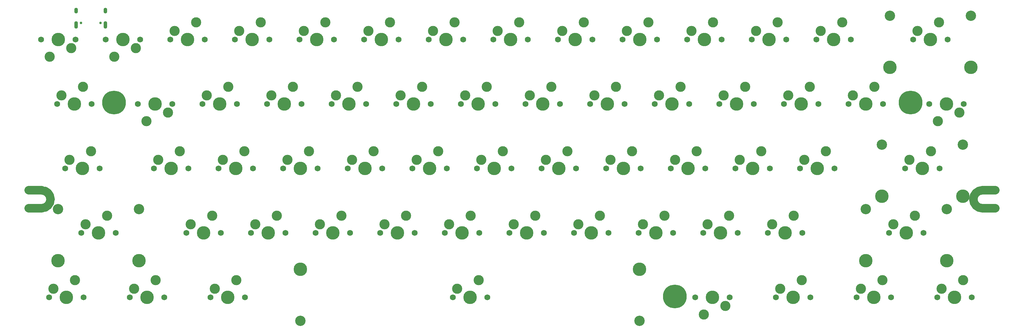
<source format=gbr>
%TF.GenerationSoftware,KiCad,Pcbnew,(5.1.10-1-10_14)*%
%TF.CreationDate,2021-08-25T09:42:14+09:00*%
%TF.ProjectId,pcb,7063622e-6b69-4636-9164-5f7063625858,rev?*%
%TF.SameCoordinates,Original*%
%TF.FileFunction,Soldermask,Top*%
%TF.FilePolarity,Negative*%
%FSLAX46Y46*%
G04 Gerber Fmt 4.6, Leading zero omitted, Abs format (unit mm)*
G04 Created by KiCad (PCBNEW (5.1.10-1-10_14)) date 2021-08-25 09:42:14*
%MOMM*%
%LPD*%
G01*
G04 APERTURE LIST*
%ADD10C,2.501900*%
%ADD11C,3.987800*%
%ADD12C,3.048000*%
%ADD13C,1.750000*%
%ADD14C,3.000000*%
%ADD15C,1.000000*%
%ADD16C,7.000240*%
%ADD17C,7.001300*%
%ADD18C,0.750000*%
%ADD19O,1.100000X2.200000*%
%ADD20O,1.100000X1.700000*%
G04 APERTURE END LIST*
D10*
%TO.C,REF\u002A\u002A*%
X24632000Y-83224950D02*
X28432000Y-83224950D01*
X24632000Y-77923050D02*
X28432000Y-77923050D01*
X305832000Y-83224950D02*
X309682000Y-83224950D01*
X305832000Y-77923050D02*
X309632000Y-77923050D01*
X28432000Y-83224950D02*
G75*
G03*
X31082950Y-80574000I0J2650950D01*
G01*
X31082950Y-80574000D02*
G75*
G03*
X28432000Y-77923050I-2650950J0D01*
G01*
X305832000Y-83224950D02*
G75*
G02*
X303181050Y-80574000I0J2650950D01*
G01*
X303181050Y-80574000D02*
G75*
G02*
X305832000Y-77923050I2650950J0D01*
G01*
%TD*%
D11*
%TO.C,MX31*%
X104781350Y-101282500D03*
X204781150Y-101282500D03*
D12*
X104781350Y-116522500D03*
X204781150Y-116522500D03*
D13*
X159861250Y-109537500D03*
X149701250Y-109537500D03*
D14*
X150971250Y-106997500D03*
D11*
X154781250Y-109537500D03*
D14*
X157321250Y-104457500D03*
%TD*%
D15*
%TO.C,REF\u002A\u002A*%
X303993522Y-82412478D03*
X305832000Y-83174000D03*
X307874035Y-83174000D03*
X307874035Y-77974000D03*
X305832000Y-77974000D03*
X303993522Y-78735522D03*
X303232000Y-80574000D03*
X26389965Y-83174000D03*
X26389965Y-77974000D03*
X30270478Y-82412478D03*
X30270478Y-78735522D03*
X28432000Y-83174000D03*
X28432000Y-77974000D03*
X31032000Y-80574000D03*
X216332000Y-111574000D03*
X213932000Y-111574000D03*
X213932000Y-106974000D03*
X216332000Y-106974000D03*
X215132000Y-111574000D03*
X215132000Y-106974000D03*
X285882000Y-49657000D03*
X283482000Y-49674000D03*
X283482000Y-54274000D03*
X285882000Y-54274000D03*
X284682000Y-54274000D03*
X284682000Y-49674000D03*
X51458346Y-53600346D03*
X48205654Y-53600346D03*
X51458346Y-50347654D03*
X48205654Y-50347654D03*
X49832000Y-54274000D03*
X52132000Y-51974000D03*
X47532000Y-51974000D03*
X49832000Y-49674000D03*
D16*
X284682000Y-51974000D03*
X215132000Y-109274000D03*
D17*
X49832000Y-51974000D03*
%TD*%
D18*
%TO.C,USB1*%
X45816000Y-28475000D03*
X40036000Y-28475000D03*
D19*
X38606000Y-29005000D03*
X47246000Y-29005000D03*
D20*
X38606000Y-24825000D03*
X47246000Y-24825000D03*
%TD*%
D13*
%TO.C,MX61*%
X302736250Y-109537500D03*
X292576250Y-109537500D03*
D14*
X293846250Y-106997500D03*
D11*
X297656250Y-109537500D03*
D14*
X300196250Y-104457500D03*
%TD*%
D11*
%TO.C,MX60*%
X271430750Y-98742500D03*
X295306750Y-98742500D03*
D12*
X271430750Y-83502500D03*
X295306750Y-83502500D03*
D13*
X288448750Y-90487500D03*
X278288750Y-90487500D03*
D14*
X279558750Y-87947500D03*
D11*
X283368750Y-90487500D03*
D14*
X285908750Y-85407500D03*
%TD*%
D11*
%TO.C,MX59*%
X276193250Y-79692500D03*
X300069250Y-79692500D03*
D12*
X276193250Y-64452500D03*
X300069250Y-64452500D03*
D13*
X293211250Y-71437500D03*
X283051250Y-71437500D03*
D14*
X284321250Y-68897500D03*
D11*
X288131250Y-71437500D03*
D14*
X290671250Y-66357500D03*
%TD*%
D13*
%TO.C,MX58*%
X290195000Y-52387500D03*
X300355000Y-52387500D03*
D14*
X299085000Y-54927500D03*
D11*
X295275000Y-52387500D03*
D14*
X292735000Y-57467500D03*
%TD*%
D11*
%TO.C,MX57*%
X278574500Y-41592500D03*
X302450500Y-41592500D03*
D12*
X278574500Y-26352500D03*
X302450500Y-26352500D03*
D13*
X295592500Y-33337500D03*
X285432500Y-33337500D03*
D14*
X286702500Y-30797500D03*
D11*
X290512500Y-33337500D03*
D14*
X293052500Y-28257500D03*
%TD*%
D13*
%TO.C,MX56*%
X278923750Y-109537500D03*
X268763750Y-109537500D03*
D14*
X270033750Y-106997500D03*
D11*
X273843750Y-109537500D03*
D14*
X276383750Y-104457500D03*
%TD*%
D13*
%TO.C,MX55*%
X276542500Y-52387500D03*
X266382500Y-52387500D03*
D14*
X267652500Y-49847500D03*
D11*
X271462500Y-52387500D03*
D14*
X274002500Y-47307500D03*
%TD*%
D13*
%TO.C,MX54*%
X267017500Y-33337500D03*
X256857500Y-33337500D03*
D14*
X258127500Y-30797500D03*
D11*
X261937500Y-33337500D03*
D14*
X264477500Y-28257500D03*
%TD*%
D13*
%TO.C,MX53*%
X255111250Y-109537500D03*
X244951250Y-109537500D03*
D14*
X246221250Y-106997500D03*
D11*
X250031250Y-109537500D03*
D14*
X252571250Y-104457500D03*
%TD*%
D13*
%TO.C,MX52*%
X252730000Y-90487500D03*
X242570000Y-90487500D03*
D14*
X243840000Y-87947500D03*
D11*
X247650000Y-90487500D03*
D14*
X250190000Y-85407500D03*
%TD*%
D13*
%TO.C,MX51*%
X262255000Y-71437500D03*
X252095000Y-71437500D03*
D14*
X253365000Y-68897500D03*
D11*
X257175000Y-71437500D03*
D14*
X259715000Y-66357500D03*
%TD*%
D13*
%TO.C,MX50*%
X257492500Y-52387500D03*
X247332500Y-52387500D03*
D14*
X248602500Y-49847500D03*
D11*
X252412500Y-52387500D03*
D14*
X254952500Y-47307500D03*
%TD*%
D13*
%TO.C,MX49*%
X247967500Y-33337500D03*
X237807500Y-33337500D03*
D14*
X239077500Y-30797500D03*
D11*
X242887500Y-33337500D03*
D14*
X245427500Y-28257500D03*
%TD*%
D13*
%TO.C,MX48*%
X221138750Y-109537500D03*
X231298750Y-109537500D03*
D14*
X230028750Y-112077500D03*
D11*
X226218750Y-109537500D03*
D14*
X223678750Y-114617500D03*
%TD*%
D13*
%TO.C,MX47*%
X233680000Y-90487500D03*
X223520000Y-90487500D03*
D14*
X224790000Y-87947500D03*
D11*
X228600000Y-90487500D03*
D14*
X231140000Y-85407500D03*
%TD*%
D13*
%TO.C,MX46*%
X243205000Y-71437500D03*
X233045000Y-71437500D03*
D14*
X234315000Y-68897500D03*
D11*
X238125000Y-71437500D03*
D14*
X240665000Y-66357500D03*
%TD*%
D13*
%TO.C,MX45*%
X238442500Y-52387500D03*
X228282500Y-52387500D03*
D14*
X229552500Y-49847500D03*
D11*
X233362500Y-52387500D03*
D14*
X235902500Y-47307500D03*
%TD*%
D13*
%TO.C,MX44*%
X228917500Y-33337500D03*
X218757500Y-33337500D03*
D14*
X220027500Y-30797500D03*
D11*
X223837500Y-33337500D03*
D14*
X226377500Y-28257500D03*
%TD*%
D13*
%TO.C,MX43*%
X214630000Y-90487500D03*
X204470000Y-90487500D03*
D14*
X205740000Y-87947500D03*
D11*
X209550000Y-90487500D03*
D14*
X212090000Y-85407500D03*
%TD*%
D13*
%TO.C,MX42*%
X224155000Y-71437500D03*
X213995000Y-71437500D03*
D14*
X215265000Y-68897500D03*
D11*
X219075000Y-71437500D03*
D14*
X221615000Y-66357500D03*
%TD*%
D13*
%TO.C,MX41*%
X219392500Y-52387500D03*
X209232500Y-52387500D03*
D14*
X210502500Y-49847500D03*
D11*
X214312500Y-52387500D03*
D14*
X216852500Y-47307500D03*
%TD*%
D13*
%TO.C,MX40*%
X209867500Y-33337500D03*
X199707500Y-33337500D03*
D14*
X200977500Y-30797500D03*
D11*
X204787500Y-33337500D03*
D14*
X207327500Y-28257500D03*
%TD*%
D13*
%TO.C,MX39*%
X195580000Y-90487500D03*
X185420000Y-90487500D03*
D14*
X186690000Y-87947500D03*
D11*
X190500000Y-90487500D03*
D14*
X193040000Y-85407500D03*
%TD*%
D13*
%TO.C,MX38*%
X205105000Y-71437500D03*
X194945000Y-71437500D03*
D14*
X196215000Y-68897500D03*
D11*
X200025000Y-71437500D03*
D14*
X202565000Y-66357500D03*
%TD*%
D13*
%TO.C,MX37*%
X200342500Y-52387500D03*
X190182500Y-52387500D03*
D14*
X191452500Y-49847500D03*
D11*
X195262500Y-52387500D03*
D14*
X197802500Y-47307500D03*
%TD*%
D13*
%TO.C,MX36*%
X190817500Y-33337500D03*
X180657500Y-33337500D03*
D14*
X181927500Y-30797500D03*
D11*
X185737500Y-33337500D03*
D14*
X188277500Y-28257500D03*
%TD*%
D13*
%TO.C,MX35*%
X176530000Y-90487500D03*
X166370000Y-90487500D03*
D14*
X167640000Y-87947500D03*
D11*
X171450000Y-90487500D03*
D14*
X173990000Y-85407500D03*
%TD*%
D13*
%TO.C,MX34*%
X186055000Y-71437500D03*
X175895000Y-71437500D03*
D14*
X177165000Y-68897500D03*
D11*
X180975000Y-71437500D03*
D14*
X183515000Y-66357500D03*
%TD*%
D13*
%TO.C,MX33*%
X181292500Y-52387500D03*
X171132500Y-52387500D03*
D14*
X172402500Y-49847500D03*
D11*
X176212500Y-52387500D03*
D14*
X178752500Y-47307500D03*
%TD*%
D13*
%TO.C,MX32*%
X171767500Y-33337500D03*
X161607500Y-33337500D03*
D14*
X162877500Y-30797500D03*
D11*
X166687500Y-33337500D03*
D14*
X169227500Y-28257500D03*
%TD*%
D13*
%TO.C,MX30*%
X157480000Y-90487500D03*
X147320000Y-90487500D03*
D14*
X148590000Y-87947500D03*
D11*
X152400000Y-90487500D03*
D14*
X154940000Y-85407500D03*
%TD*%
D13*
%TO.C,MX29*%
X167005000Y-71437500D03*
X156845000Y-71437500D03*
D14*
X158115000Y-68897500D03*
D11*
X161925000Y-71437500D03*
D14*
X164465000Y-66357500D03*
%TD*%
D13*
%TO.C,MX28*%
X162242500Y-52387500D03*
X152082500Y-52387500D03*
D14*
X153352500Y-49847500D03*
D11*
X157162500Y-52387500D03*
D14*
X159702500Y-47307500D03*
%TD*%
D13*
%TO.C,MX27*%
X152717500Y-33337500D03*
X142557500Y-33337500D03*
D14*
X143827500Y-30797500D03*
D11*
X147637500Y-33337500D03*
D14*
X150177500Y-28257500D03*
%TD*%
D13*
%TO.C,MX26*%
X138430000Y-90487500D03*
X128270000Y-90487500D03*
D14*
X129540000Y-87947500D03*
D11*
X133350000Y-90487500D03*
D14*
X135890000Y-85407500D03*
%TD*%
D13*
%TO.C,MX25*%
X147955000Y-71437500D03*
X137795000Y-71437500D03*
D14*
X139065000Y-68897500D03*
D11*
X142875000Y-71437500D03*
D14*
X145415000Y-66357500D03*
%TD*%
D13*
%TO.C,MX24*%
X143192500Y-52387500D03*
X133032500Y-52387500D03*
D14*
X134302500Y-49847500D03*
D11*
X138112500Y-52387500D03*
D14*
X140652500Y-47307500D03*
%TD*%
D13*
%TO.C,MX23*%
X133667500Y-33337500D03*
X123507500Y-33337500D03*
D14*
X124777500Y-30797500D03*
D11*
X128587500Y-33337500D03*
D14*
X131127500Y-28257500D03*
%TD*%
D13*
%TO.C,MX22*%
X119380000Y-90487500D03*
X109220000Y-90487500D03*
D14*
X110490000Y-87947500D03*
D11*
X114300000Y-90487500D03*
D14*
X116840000Y-85407500D03*
%TD*%
D13*
%TO.C,MX21*%
X128905000Y-71437500D03*
X118745000Y-71437500D03*
D14*
X120015000Y-68897500D03*
D11*
X123825000Y-71437500D03*
D14*
X126365000Y-66357500D03*
%TD*%
D13*
%TO.C,MX20*%
X124142500Y-52387500D03*
X113982500Y-52387500D03*
D14*
X115252500Y-49847500D03*
D11*
X119062500Y-52387500D03*
D14*
X121602500Y-47307500D03*
%TD*%
D13*
%TO.C,MX19*%
X114617500Y-33337500D03*
X104457500Y-33337500D03*
D14*
X105727500Y-30797500D03*
D11*
X109537500Y-33337500D03*
D14*
X112077500Y-28257500D03*
%TD*%
D13*
%TO.C,MX18*%
X100330000Y-90487500D03*
X90170000Y-90487500D03*
D14*
X91440000Y-87947500D03*
D11*
X95250000Y-90487500D03*
D14*
X97790000Y-85407500D03*
%TD*%
D13*
%TO.C,MX17*%
X109855000Y-71437500D03*
X99695000Y-71437500D03*
D14*
X100965000Y-68897500D03*
D11*
X104775000Y-71437500D03*
D14*
X107315000Y-66357500D03*
%TD*%
D13*
%TO.C,MX16*%
X105092500Y-52387500D03*
X94932500Y-52387500D03*
D14*
X96202500Y-49847500D03*
D11*
X100012500Y-52387500D03*
D14*
X102552500Y-47307500D03*
%TD*%
D13*
%TO.C,MX15*%
X95567500Y-33337500D03*
X85407500Y-33337500D03*
D14*
X86677500Y-30797500D03*
D11*
X90487500Y-33337500D03*
D14*
X93027500Y-28257500D03*
%TD*%
D13*
%TO.C,MX14*%
X88423750Y-109537500D03*
X78263750Y-109537500D03*
D14*
X79533750Y-106997500D03*
D11*
X83343750Y-109537500D03*
D14*
X85883750Y-104457500D03*
%TD*%
D13*
%TO.C,MX13*%
X81280000Y-90487500D03*
X71120000Y-90487500D03*
D14*
X72390000Y-87947500D03*
D11*
X76200000Y-90487500D03*
D14*
X78740000Y-85407500D03*
%TD*%
D13*
%TO.C,MX12*%
X90805000Y-71437500D03*
X80645000Y-71437500D03*
D14*
X81915000Y-68897500D03*
D11*
X85725000Y-71437500D03*
D14*
X88265000Y-66357500D03*
%TD*%
D13*
%TO.C,MX11*%
X86042500Y-52387500D03*
X75882500Y-52387500D03*
D14*
X77152500Y-49847500D03*
D11*
X80962500Y-52387500D03*
D14*
X83502500Y-47307500D03*
%TD*%
D13*
%TO.C,MX10*%
X76517500Y-33337500D03*
X66357500Y-33337500D03*
D14*
X67627500Y-30797500D03*
D11*
X71437500Y-33337500D03*
D14*
X73977500Y-28257500D03*
%TD*%
D13*
%TO.C,MX9*%
X64611250Y-109537500D03*
X54451250Y-109537500D03*
D14*
X55721250Y-106997500D03*
D11*
X59531250Y-109537500D03*
D14*
X62071250Y-104457500D03*
%TD*%
D13*
%TO.C,MX8*%
X71755000Y-71437500D03*
X61595000Y-71437500D03*
D14*
X62865000Y-68897500D03*
D11*
X66675000Y-71437500D03*
D14*
X69215000Y-66357500D03*
%TD*%
D13*
%TO.C,MX7*%
X56832500Y-52387500D03*
X66992500Y-52387500D03*
D14*
X65722500Y-54927500D03*
D11*
X61912500Y-52387500D03*
D14*
X59372500Y-57467500D03*
%TD*%
D13*
%TO.C,MX6*%
X47307500Y-33337500D03*
X57467500Y-33337500D03*
D14*
X56197500Y-35877500D03*
D11*
X52387500Y-33337500D03*
D14*
X49847500Y-38417500D03*
%TD*%
D13*
%TO.C,MX5*%
X40798750Y-109537500D03*
X30638750Y-109537500D03*
D14*
X31908750Y-106997500D03*
D11*
X35718750Y-109537500D03*
D14*
X38258750Y-104457500D03*
%TD*%
D11*
%TO.C,MX4*%
X33305750Y-98742500D03*
X57181750Y-98742500D03*
D12*
X33305750Y-83502500D03*
X57181750Y-83502500D03*
D13*
X50323750Y-90487500D03*
X40163750Y-90487500D03*
D14*
X41433750Y-87947500D03*
D11*
X45243750Y-90487500D03*
D14*
X47783750Y-85407500D03*
%TD*%
D13*
%TO.C,MX3*%
X45561250Y-71437500D03*
X35401250Y-71437500D03*
D14*
X36671250Y-68897500D03*
D11*
X40481250Y-71437500D03*
D14*
X43021250Y-66357500D03*
%TD*%
D13*
%TO.C,MX2*%
X43180000Y-52387500D03*
X33020000Y-52387500D03*
D14*
X34290000Y-49847500D03*
D11*
X38100000Y-52387500D03*
D14*
X40640000Y-47307500D03*
%TD*%
D13*
%TO.C,MX1*%
X28257500Y-33337500D03*
X38417500Y-33337500D03*
D14*
X37147500Y-35877500D03*
D11*
X33337500Y-33337500D03*
D14*
X30797500Y-38417500D03*
%TD*%
M02*

</source>
